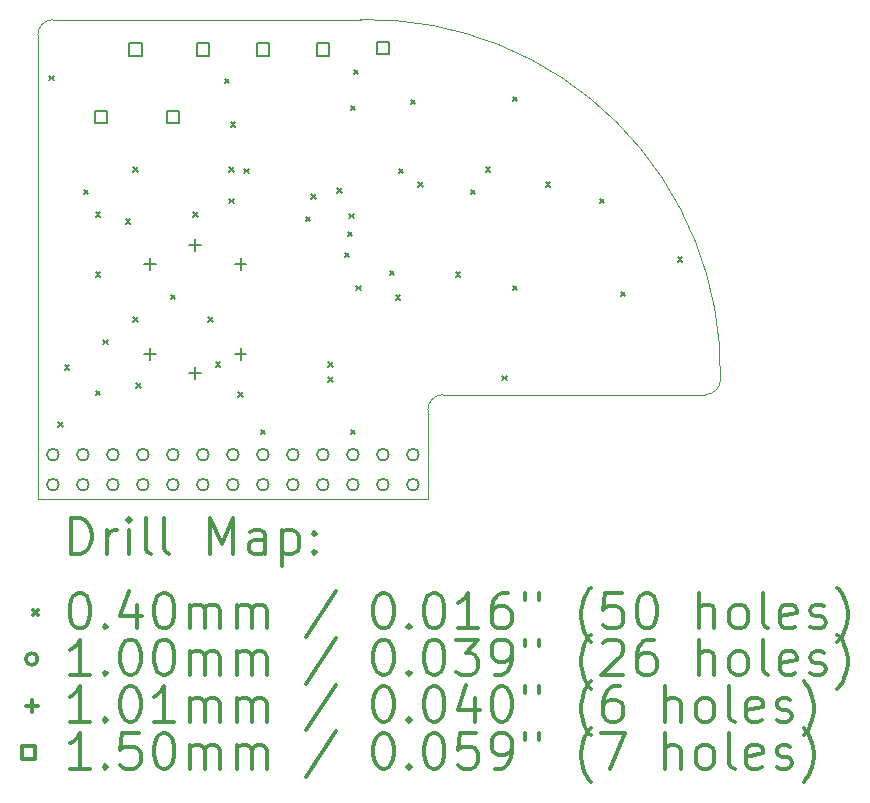
<source format=gbr>
%FSLAX45Y45*%
G04 Gerber Fmt 4.5, Leading zero omitted, Abs format (unit mm)*
G04 Created by KiCad (PCBNEW (5.1.4)-1) date 2019-12-12 19:55:22*
%MOMM*%
%LPD*%
G04 APERTURE LIST*
%ADD10C,0.050000*%
%ADD11C,0.200000*%
%ADD12C,0.300000*%
G04 APERTURE END LIST*
D10*
X7683500Y-5524500D02*
G75*
G02X7556500Y-5651500I-127000J0D01*
G01*
X4637466Y-2476459D02*
G75*
G02X7683500Y-5524500I61534J-2984541D01*
G01*
X1905000Y-2603500D02*
G75*
G02X2032000Y-2476500I127000J0D01*
G01*
X5207000Y-5778500D02*
G75*
G02X5334000Y-5651500I127000J0D01*
G01*
X7556500Y-5651500D02*
X5334000Y-5651500D01*
X5207000Y-5778500D02*
X5207000Y-6532000D01*
X1905000Y-6532000D02*
X5207000Y-6532000D01*
X2032000Y-2476500D02*
X4637466Y-2476459D01*
X1905000Y-2603500D02*
X1905000Y-6532000D01*
D11*
X1999300Y-2951800D02*
X2039300Y-2991800D01*
X2039300Y-2951800D02*
X1999300Y-2991800D01*
X2075500Y-5885500D02*
X2115500Y-5925500D01*
X2115500Y-5885500D02*
X2075500Y-5925500D01*
X2131083Y-5402519D02*
X2171083Y-5442519D01*
X2171083Y-5402519D02*
X2131083Y-5442519D01*
X2291400Y-3917000D02*
X2331400Y-3957000D01*
X2331400Y-3917000D02*
X2291400Y-3957000D01*
X2393000Y-4107500D02*
X2433000Y-4147500D01*
X2433000Y-4107500D02*
X2393000Y-4147500D01*
X2393000Y-4615500D02*
X2433000Y-4655500D01*
X2433000Y-4615500D02*
X2393000Y-4655500D01*
X2393000Y-5618800D02*
X2433000Y-5658800D01*
X2433000Y-5618800D02*
X2393000Y-5658800D01*
X2456500Y-5187000D02*
X2496500Y-5227000D01*
X2496500Y-5187000D02*
X2456500Y-5227000D01*
X2647000Y-4165230D02*
X2687000Y-4205230D01*
X2687000Y-4165230D02*
X2647000Y-4205230D01*
X2710500Y-3726500D02*
X2750500Y-3766500D01*
X2750500Y-3726500D02*
X2710500Y-3766500D01*
X2710500Y-4996500D02*
X2750500Y-5036500D01*
X2750500Y-4996500D02*
X2710500Y-5036500D01*
X2735900Y-5555300D02*
X2775900Y-5595300D01*
X2775900Y-5555300D02*
X2735900Y-5595300D01*
X3028000Y-4806000D02*
X3068000Y-4846000D01*
X3068000Y-4806000D02*
X3028000Y-4846000D01*
X3218500Y-4107500D02*
X3258500Y-4147500D01*
X3258500Y-4107500D02*
X3218500Y-4147500D01*
X3345500Y-4996500D02*
X3385500Y-5036500D01*
X3385500Y-4996500D02*
X3345500Y-5036500D01*
X3409000Y-5377500D02*
X3449000Y-5417500D01*
X3449000Y-5377500D02*
X3409000Y-5417500D01*
X3485200Y-2977200D02*
X3525200Y-3017200D01*
X3525200Y-2977200D02*
X3485200Y-3017200D01*
X3523300Y-3993200D02*
X3563300Y-4033200D01*
X3563300Y-3993200D02*
X3523300Y-4033200D01*
X3527101Y-3726500D02*
X3567101Y-3766500D01*
X3567101Y-3726500D02*
X3527101Y-3766500D01*
X3536000Y-3345500D02*
X3576000Y-3385500D01*
X3576000Y-3345500D02*
X3536000Y-3385500D01*
X3599500Y-5631500D02*
X3639500Y-5671500D01*
X3639500Y-5631500D02*
X3599500Y-5671500D01*
X3650300Y-3739200D02*
X3690300Y-3779200D01*
X3690300Y-3739200D02*
X3650300Y-3779200D01*
X3790000Y-5949000D02*
X3830000Y-5989000D01*
X3830000Y-5949000D02*
X3790000Y-5989000D01*
X4171000Y-4145600D02*
X4211000Y-4185600D01*
X4211000Y-4145600D02*
X4171000Y-4185600D01*
X4217491Y-3952412D02*
X4257491Y-3992412D01*
X4257491Y-3952412D02*
X4217491Y-3992412D01*
X4361500Y-5377500D02*
X4401500Y-5417500D01*
X4401500Y-5377500D02*
X4361500Y-5417500D01*
X4361500Y-5504500D02*
X4401500Y-5544500D01*
X4401500Y-5504500D02*
X4361500Y-5544500D01*
X4437493Y-3901156D02*
X4477493Y-3941156D01*
X4477493Y-3901156D02*
X4437493Y-3941156D01*
X4501200Y-4450400D02*
X4541200Y-4490400D01*
X4541200Y-4450400D02*
X4501200Y-4490400D01*
X4526600Y-4272600D02*
X4566600Y-4312600D01*
X4566600Y-4272600D02*
X4526600Y-4312600D01*
X4540998Y-4120200D02*
X4580998Y-4160200D01*
X4580998Y-4120200D02*
X4540998Y-4160200D01*
X4552000Y-3205800D02*
X4592000Y-3245800D01*
X4592000Y-3205800D02*
X4552000Y-3245800D01*
X4552000Y-5949000D02*
X4592000Y-5989000D01*
X4592000Y-5949000D02*
X4552000Y-5989000D01*
X4577400Y-2901000D02*
X4617400Y-2941000D01*
X4617400Y-2901000D02*
X4577400Y-2941000D01*
X4600999Y-4729800D02*
X4640999Y-4769800D01*
X4640999Y-4729800D02*
X4600999Y-4769800D01*
X4882200Y-4602800D02*
X4922200Y-4642800D01*
X4922200Y-4602800D02*
X4882200Y-4642800D01*
X4933000Y-4809800D02*
X4973000Y-4849800D01*
X4973000Y-4809800D02*
X4933000Y-4849800D01*
X4958400Y-3739200D02*
X4998400Y-3779200D01*
X4998400Y-3739200D02*
X4958400Y-3779200D01*
X5060000Y-3155000D02*
X5100000Y-3195000D01*
X5100000Y-3155000D02*
X5060000Y-3195000D01*
X5123500Y-3853500D02*
X5163500Y-3893500D01*
X5163500Y-3853500D02*
X5123500Y-3893500D01*
X5441000Y-4615500D02*
X5481000Y-4655500D01*
X5481000Y-4615500D02*
X5441000Y-4655500D01*
X5568000Y-3917000D02*
X5608000Y-3957000D01*
X5608000Y-3917000D02*
X5568000Y-3957000D01*
X5695000Y-3726500D02*
X5735000Y-3766500D01*
X5735000Y-3726500D02*
X5695000Y-3766500D01*
X5834700Y-5491800D02*
X5874700Y-5531800D01*
X5874700Y-5491800D02*
X5834700Y-5531800D01*
X5923600Y-3129600D02*
X5963600Y-3169600D01*
X5963600Y-3129600D02*
X5923600Y-3169600D01*
X5923600Y-4729800D02*
X5963600Y-4769800D01*
X5963600Y-4729800D02*
X5923600Y-4769800D01*
X6203000Y-3853500D02*
X6243000Y-3893500D01*
X6243000Y-3853500D02*
X6203000Y-3893500D01*
X6660200Y-3993200D02*
X6700200Y-4033200D01*
X6700200Y-3993200D02*
X6660200Y-4033200D01*
X6838000Y-4780600D02*
X6878000Y-4820600D01*
X6878000Y-4780600D02*
X6838000Y-4820600D01*
X7320600Y-4488500D02*
X7360600Y-4528500D01*
X7360600Y-4488500D02*
X7320600Y-4528500D01*
X2082000Y-6159500D02*
G75*
G03X2082000Y-6159500I-50000J0D01*
G01*
X2082000Y-6413500D02*
G75*
G03X2082000Y-6413500I-50000J0D01*
G01*
X2336000Y-6159500D02*
G75*
G03X2336000Y-6159500I-50000J0D01*
G01*
X2336000Y-6413500D02*
G75*
G03X2336000Y-6413500I-50000J0D01*
G01*
X2590000Y-6159500D02*
G75*
G03X2590000Y-6159500I-50000J0D01*
G01*
X2590000Y-6413500D02*
G75*
G03X2590000Y-6413500I-50000J0D01*
G01*
X2844000Y-6159500D02*
G75*
G03X2844000Y-6159500I-50000J0D01*
G01*
X2844000Y-6413500D02*
G75*
G03X2844000Y-6413500I-50000J0D01*
G01*
X3098000Y-6159500D02*
G75*
G03X3098000Y-6159500I-50000J0D01*
G01*
X3098000Y-6413500D02*
G75*
G03X3098000Y-6413500I-50000J0D01*
G01*
X3352000Y-6159500D02*
G75*
G03X3352000Y-6159500I-50000J0D01*
G01*
X3352000Y-6413500D02*
G75*
G03X3352000Y-6413500I-50000J0D01*
G01*
X3606000Y-6159500D02*
G75*
G03X3606000Y-6159500I-50000J0D01*
G01*
X3606000Y-6413500D02*
G75*
G03X3606000Y-6413500I-50000J0D01*
G01*
X3860000Y-6159500D02*
G75*
G03X3860000Y-6159500I-50000J0D01*
G01*
X3860000Y-6413500D02*
G75*
G03X3860000Y-6413500I-50000J0D01*
G01*
X4114000Y-6159500D02*
G75*
G03X4114000Y-6159500I-50000J0D01*
G01*
X4114000Y-6413500D02*
G75*
G03X4114000Y-6413500I-50000J0D01*
G01*
X4368000Y-6159500D02*
G75*
G03X4368000Y-6159500I-50000J0D01*
G01*
X4368000Y-6413500D02*
G75*
G03X4368000Y-6413500I-50000J0D01*
G01*
X4622000Y-6159500D02*
G75*
G03X4622000Y-6159500I-50000J0D01*
G01*
X4622000Y-6413500D02*
G75*
G03X4622000Y-6413500I-50000J0D01*
G01*
X4876000Y-6159500D02*
G75*
G03X4876000Y-6159500I-50000J0D01*
G01*
X4876000Y-6413500D02*
G75*
G03X4876000Y-6413500I-50000J0D01*
G01*
X5130000Y-6159500D02*
G75*
G03X5130000Y-6159500I-50000J0D01*
G01*
X5130000Y-6413500D02*
G75*
G03X5130000Y-6413500I-50000J0D01*
G01*
X2856662Y-4495262D02*
X2856662Y-4596262D01*
X2806162Y-4545762D02*
X2907162Y-4545762D01*
X2856662Y-5258938D02*
X2856662Y-5359938D01*
X2806162Y-5309438D02*
X2907162Y-5309438D01*
X3238500Y-4337100D02*
X3238500Y-4438100D01*
X3188000Y-4387600D02*
X3289000Y-4387600D01*
X3238500Y-5417100D02*
X3238500Y-5518100D01*
X3188000Y-5467600D02*
X3289000Y-5467600D01*
X3620338Y-4495262D02*
X3620338Y-4596262D01*
X3569838Y-4545762D02*
X3670838Y-4545762D01*
X3620338Y-5258938D02*
X3620338Y-5359938D01*
X3569838Y-5309438D02*
X3670838Y-5309438D01*
X3863033Y-2783534D02*
X3863033Y-2677467D01*
X3756966Y-2677467D01*
X3756966Y-2783534D01*
X3863033Y-2783534D01*
X4371034Y-2783534D02*
X4371034Y-2677467D01*
X4264967Y-2677467D01*
X4264967Y-2783534D01*
X4371034Y-2783534D01*
X2491434Y-3355033D02*
X2491434Y-3248966D01*
X2385367Y-3248966D01*
X2385367Y-3355033D01*
X2491434Y-3355033D01*
X2783534Y-2783534D02*
X2783534Y-2677467D01*
X2677467Y-2677467D01*
X2677467Y-2783534D01*
X2783534Y-2783534D01*
X3355033Y-2783534D02*
X3355033Y-2677467D01*
X3248966Y-2677467D01*
X3248966Y-2783534D01*
X3355033Y-2783534D01*
X4879034Y-2770834D02*
X4879034Y-2664767D01*
X4772967Y-2664767D01*
X4772967Y-2770834D01*
X4879034Y-2770834D01*
X3101033Y-3355033D02*
X3101033Y-3248966D01*
X2994966Y-3248966D01*
X2994966Y-3355033D01*
X3101033Y-3355033D01*
D12*
X2188928Y-7000214D02*
X2188928Y-6700214D01*
X2260357Y-6700214D01*
X2303214Y-6714500D01*
X2331786Y-6743071D01*
X2346071Y-6771643D01*
X2360357Y-6828786D01*
X2360357Y-6871643D01*
X2346071Y-6928786D01*
X2331786Y-6957357D01*
X2303214Y-6985929D01*
X2260357Y-7000214D01*
X2188928Y-7000214D01*
X2488928Y-7000214D02*
X2488928Y-6800214D01*
X2488928Y-6857357D02*
X2503214Y-6828786D01*
X2517500Y-6814500D01*
X2546071Y-6800214D01*
X2574643Y-6800214D01*
X2674643Y-7000214D02*
X2674643Y-6800214D01*
X2674643Y-6700214D02*
X2660357Y-6714500D01*
X2674643Y-6728786D01*
X2688928Y-6714500D01*
X2674643Y-6700214D01*
X2674643Y-6728786D01*
X2860357Y-7000214D02*
X2831786Y-6985929D01*
X2817500Y-6957357D01*
X2817500Y-6700214D01*
X3017500Y-7000214D02*
X2988928Y-6985929D01*
X2974643Y-6957357D01*
X2974643Y-6700214D01*
X3360357Y-7000214D02*
X3360357Y-6700214D01*
X3460357Y-6914500D01*
X3560357Y-6700214D01*
X3560357Y-7000214D01*
X3831786Y-7000214D02*
X3831786Y-6843071D01*
X3817500Y-6814500D01*
X3788928Y-6800214D01*
X3731786Y-6800214D01*
X3703214Y-6814500D01*
X3831786Y-6985929D02*
X3803214Y-7000214D01*
X3731786Y-7000214D01*
X3703214Y-6985929D01*
X3688928Y-6957357D01*
X3688928Y-6928786D01*
X3703214Y-6900214D01*
X3731786Y-6885929D01*
X3803214Y-6885929D01*
X3831786Y-6871643D01*
X3974643Y-6800214D02*
X3974643Y-7100214D01*
X3974643Y-6814500D02*
X4003214Y-6800214D01*
X4060357Y-6800214D01*
X4088928Y-6814500D01*
X4103214Y-6828786D01*
X4117500Y-6857357D01*
X4117500Y-6943071D01*
X4103214Y-6971643D01*
X4088928Y-6985929D01*
X4060357Y-7000214D01*
X4003214Y-7000214D01*
X3974643Y-6985929D01*
X4246071Y-6971643D02*
X4260357Y-6985929D01*
X4246071Y-7000214D01*
X4231786Y-6985929D01*
X4246071Y-6971643D01*
X4246071Y-7000214D01*
X4246071Y-6814500D02*
X4260357Y-6828786D01*
X4246071Y-6843071D01*
X4231786Y-6828786D01*
X4246071Y-6814500D01*
X4246071Y-6843071D01*
X1862500Y-7474500D02*
X1902500Y-7514500D01*
X1902500Y-7474500D02*
X1862500Y-7514500D01*
X2246071Y-7330214D02*
X2274643Y-7330214D01*
X2303214Y-7344500D01*
X2317500Y-7358786D01*
X2331786Y-7387357D01*
X2346071Y-7444500D01*
X2346071Y-7515929D01*
X2331786Y-7573071D01*
X2317500Y-7601643D01*
X2303214Y-7615929D01*
X2274643Y-7630214D01*
X2246071Y-7630214D01*
X2217500Y-7615929D01*
X2203214Y-7601643D01*
X2188928Y-7573071D01*
X2174643Y-7515929D01*
X2174643Y-7444500D01*
X2188928Y-7387357D01*
X2203214Y-7358786D01*
X2217500Y-7344500D01*
X2246071Y-7330214D01*
X2474643Y-7601643D02*
X2488928Y-7615929D01*
X2474643Y-7630214D01*
X2460357Y-7615929D01*
X2474643Y-7601643D01*
X2474643Y-7630214D01*
X2746071Y-7430214D02*
X2746071Y-7630214D01*
X2674643Y-7315929D02*
X2603214Y-7530214D01*
X2788928Y-7530214D01*
X2960357Y-7330214D02*
X2988928Y-7330214D01*
X3017500Y-7344500D01*
X3031786Y-7358786D01*
X3046071Y-7387357D01*
X3060357Y-7444500D01*
X3060357Y-7515929D01*
X3046071Y-7573071D01*
X3031786Y-7601643D01*
X3017500Y-7615929D01*
X2988928Y-7630214D01*
X2960357Y-7630214D01*
X2931786Y-7615929D01*
X2917500Y-7601643D01*
X2903214Y-7573071D01*
X2888928Y-7515929D01*
X2888928Y-7444500D01*
X2903214Y-7387357D01*
X2917500Y-7358786D01*
X2931786Y-7344500D01*
X2960357Y-7330214D01*
X3188928Y-7630214D02*
X3188928Y-7430214D01*
X3188928Y-7458786D02*
X3203214Y-7444500D01*
X3231786Y-7430214D01*
X3274643Y-7430214D01*
X3303214Y-7444500D01*
X3317500Y-7473071D01*
X3317500Y-7630214D01*
X3317500Y-7473071D02*
X3331786Y-7444500D01*
X3360357Y-7430214D01*
X3403214Y-7430214D01*
X3431786Y-7444500D01*
X3446071Y-7473071D01*
X3446071Y-7630214D01*
X3588928Y-7630214D02*
X3588928Y-7430214D01*
X3588928Y-7458786D02*
X3603214Y-7444500D01*
X3631786Y-7430214D01*
X3674643Y-7430214D01*
X3703214Y-7444500D01*
X3717500Y-7473071D01*
X3717500Y-7630214D01*
X3717500Y-7473071D02*
X3731786Y-7444500D01*
X3760357Y-7430214D01*
X3803214Y-7430214D01*
X3831786Y-7444500D01*
X3846071Y-7473071D01*
X3846071Y-7630214D01*
X4431786Y-7315929D02*
X4174643Y-7701643D01*
X4817500Y-7330214D02*
X4846071Y-7330214D01*
X4874643Y-7344500D01*
X4888928Y-7358786D01*
X4903214Y-7387357D01*
X4917500Y-7444500D01*
X4917500Y-7515929D01*
X4903214Y-7573071D01*
X4888928Y-7601643D01*
X4874643Y-7615929D01*
X4846071Y-7630214D01*
X4817500Y-7630214D01*
X4788928Y-7615929D01*
X4774643Y-7601643D01*
X4760357Y-7573071D01*
X4746071Y-7515929D01*
X4746071Y-7444500D01*
X4760357Y-7387357D01*
X4774643Y-7358786D01*
X4788928Y-7344500D01*
X4817500Y-7330214D01*
X5046071Y-7601643D02*
X5060357Y-7615929D01*
X5046071Y-7630214D01*
X5031786Y-7615929D01*
X5046071Y-7601643D01*
X5046071Y-7630214D01*
X5246071Y-7330214D02*
X5274643Y-7330214D01*
X5303214Y-7344500D01*
X5317500Y-7358786D01*
X5331786Y-7387357D01*
X5346071Y-7444500D01*
X5346071Y-7515929D01*
X5331786Y-7573071D01*
X5317500Y-7601643D01*
X5303214Y-7615929D01*
X5274643Y-7630214D01*
X5246071Y-7630214D01*
X5217500Y-7615929D01*
X5203214Y-7601643D01*
X5188928Y-7573071D01*
X5174643Y-7515929D01*
X5174643Y-7444500D01*
X5188928Y-7387357D01*
X5203214Y-7358786D01*
X5217500Y-7344500D01*
X5246071Y-7330214D01*
X5631786Y-7630214D02*
X5460357Y-7630214D01*
X5546071Y-7630214D02*
X5546071Y-7330214D01*
X5517500Y-7373071D01*
X5488928Y-7401643D01*
X5460357Y-7415929D01*
X5888928Y-7330214D02*
X5831786Y-7330214D01*
X5803214Y-7344500D01*
X5788928Y-7358786D01*
X5760357Y-7401643D01*
X5746071Y-7458786D01*
X5746071Y-7573071D01*
X5760357Y-7601643D01*
X5774643Y-7615929D01*
X5803214Y-7630214D01*
X5860357Y-7630214D01*
X5888928Y-7615929D01*
X5903214Y-7601643D01*
X5917500Y-7573071D01*
X5917500Y-7501643D01*
X5903214Y-7473071D01*
X5888928Y-7458786D01*
X5860357Y-7444500D01*
X5803214Y-7444500D01*
X5774643Y-7458786D01*
X5760357Y-7473071D01*
X5746071Y-7501643D01*
X6031786Y-7330214D02*
X6031786Y-7387357D01*
X6146071Y-7330214D02*
X6146071Y-7387357D01*
X6588928Y-7744500D02*
X6574643Y-7730214D01*
X6546071Y-7687357D01*
X6531786Y-7658786D01*
X6517500Y-7615929D01*
X6503214Y-7544500D01*
X6503214Y-7487357D01*
X6517500Y-7415929D01*
X6531786Y-7373071D01*
X6546071Y-7344500D01*
X6574643Y-7301643D01*
X6588928Y-7287357D01*
X6846071Y-7330214D02*
X6703214Y-7330214D01*
X6688928Y-7473071D01*
X6703214Y-7458786D01*
X6731786Y-7444500D01*
X6803214Y-7444500D01*
X6831786Y-7458786D01*
X6846071Y-7473071D01*
X6860357Y-7501643D01*
X6860357Y-7573071D01*
X6846071Y-7601643D01*
X6831786Y-7615929D01*
X6803214Y-7630214D01*
X6731786Y-7630214D01*
X6703214Y-7615929D01*
X6688928Y-7601643D01*
X7046071Y-7330214D02*
X7074643Y-7330214D01*
X7103214Y-7344500D01*
X7117500Y-7358786D01*
X7131786Y-7387357D01*
X7146071Y-7444500D01*
X7146071Y-7515929D01*
X7131786Y-7573071D01*
X7117500Y-7601643D01*
X7103214Y-7615929D01*
X7074643Y-7630214D01*
X7046071Y-7630214D01*
X7017500Y-7615929D01*
X7003214Y-7601643D01*
X6988928Y-7573071D01*
X6974643Y-7515929D01*
X6974643Y-7444500D01*
X6988928Y-7387357D01*
X7003214Y-7358786D01*
X7017500Y-7344500D01*
X7046071Y-7330214D01*
X7503214Y-7630214D02*
X7503214Y-7330214D01*
X7631786Y-7630214D02*
X7631786Y-7473071D01*
X7617500Y-7444500D01*
X7588928Y-7430214D01*
X7546071Y-7430214D01*
X7517500Y-7444500D01*
X7503214Y-7458786D01*
X7817500Y-7630214D02*
X7788928Y-7615929D01*
X7774643Y-7601643D01*
X7760357Y-7573071D01*
X7760357Y-7487357D01*
X7774643Y-7458786D01*
X7788928Y-7444500D01*
X7817500Y-7430214D01*
X7860357Y-7430214D01*
X7888928Y-7444500D01*
X7903214Y-7458786D01*
X7917500Y-7487357D01*
X7917500Y-7573071D01*
X7903214Y-7601643D01*
X7888928Y-7615929D01*
X7860357Y-7630214D01*
X7817500Y-7630214D01*
X8088928Y-7630214D02*
X8060357Y-7615929D01*
X8046071Y-7587357D01*
X8046071Y-7330214D01*
X8317500Y-7615929D02*
X8288928Y-7630214D01*
X8231786Y-7630214D01*
X8203214Y-7615929D01*
X8188928Y-7587357D01*
X8188928Y-7473071D01*
X8203214Y-7444500D01*
X8231786Y-7430214D01*
X8288928Y-7430214D01*
X8317500Y-7444500D01*
X8331786Y-7473071D01*
X8331786Y-7501643D01*
X8188928Y-7530214D01*
X8446071Y-7615929D02*
X8474643Y-7630214D01*
X8531786Y-7630214D01*
X8560357Y-7615929D01*
X8574643Y-7587357D01*
X8574643Y-7573071D01*
X8560357Y-7544500D01*
X8531786Y-7530214D01*
X8488928Y-7530214D01*
X8460357Y-7515929D01*
X8446071Y-7487357D01*
X8446071Y-7473071D01*
X8460357Y-7444500D01*
X8488928Y-7430214D01*
X8531786Y-7430214D01*
X8560357Y-7444500D01*
X8674643Y-7744500D02*
X8688928Y-7730214D01*
X8717500Y-7687357D01*
X8731786Y-7658786D01*
X8746071Y-7615929D01*
X8760357Y-7544500D01*
X8760357Y-7487357D01*
X8746071Y-7415929D01*
X8731786Y-7373071D01*
X8717500Y-7344500D01*
X8688928Y-7301643D01*
X8674643Y-7287357D01*
X1902500Y-7890500D02*
G75*
G03X1902500Y-7890500I-50000J0D01*
G01*
X2346071Y-8026214D02*
X2174643Y-8026214D01*
X2260357Y-8026214D02*
X2260357Y-7726214D01*
X2231786Y-7769071D01*
X2203214Y-7797643D01*
X2174643Y-7811929D01*
X2474643Y-7997643D02*
X2488928Y-8011929D01*
X2474643Y-8026214D01*
X2460357Y-8011929D01*
X2474643Y-7997643D01*
X2474643Y-8026214D01*
X2674643Y-7726214D02*
X2703214Y-7726214D01*
X2731786Y-7740500D01*
X2746071Y-7754786D01*
X2760357Y-7783357D01*
X2774643Y-7840500D01*
X2774643Y-7911929D01*
X2760357Y-7969071D01*
X2746071Y-7997643D01*
X2731786Y-8011929D01*
X2703214Y-8026214D01*
X2674643Y-8026214D01*
X2646071Y-8011929D01*
X2631786Y-7997643D01*
X2617500Y-7969071D01*
X2603214Y-7911929D01*
X2603214Y-7840500D01*
X2617500Y-7783357D01*
X2631786Y-7754786D01*
X2646071Y-7740500D01*
X2674643Y-7726214D01*
X2960357Y-7726214D02*
X2988928Y-7726214D01*
X3017500Y-7740500D01*
X3031786Y-7754786D01*
X3046071Y-7783357D01*
X3060357Y-7840500D01*
X3060357Y-7911929D01*
X3046071Y-7969071D01*
X3031786Y-7997643D01*
X3017500Y-8011929D01*
X2988928Y-8026214D01*
X2960357Y-8026214D01*
X2931786Y-8011929D01*
X2917500Y-7997643D01*
X2903214Y-7969071D01*
X2888928Y-7911929D01*
X2888928Y-7840500D01*
X2903214Y-7783357D01*
X2917500Y-7754786D01*
X2931786Y-7740500D01*
X2960357Y-7726214D01*
X3188928Y-8026214D02*
X3188928Y-7826214D01*
X3188928Y-7854786D02*
X3203214Y-7840500D01*
X3231786Y-7826214D01*
X3274643Y-7826214D01*
X3303214Y-7840500D01*
X3317500Y-7869071D01*
X3317500Y-8026214D01*
X3317500Y-7869071D02*
X3331786Y-7840500D01*
X3360357Y-7826214D01*
X3403214Y-7826214D01*
X3431786Y-7840500D01*
X3446071Y-7869071D01*
X3446071Y-8026214D01*
X3588928Y-8026214D02*
X3588928Y-7826214D01*
X3588928Y-7854786D02*
X3603214Y-7840500D01*
X3631786Y-7826214D01*
X3674643Y-7826214D01*
X3703214Y-7840500D01*
X3717500Y-7869071D01*
X3717500Y-8026214D01*
X3717500Y-7869071D02*
X3731786Y-7840500D01*
X3760357Y-7826214D01*
X3803214Y-7826214D01*
X3831786Y-7840500D01*
X3846071Y-7869071D01*
X3846071Y-8026214D01*
X4431786Y-7711929D02*
X4174643Y-8097643D01*
X4817500Y-7726214D02*
X4846071Y-7726214D01*
X4874643Y-7740500D01*
X4888928Y-7754786D01*
X4903214Y-7783357D01*
X4917500Y-7840500D01*
X4917500Y-7911929D01*
X4903214Y-7969071D01*
X4888928Y-7997643D01*
X4874643Y-8011929D01*
X4846071Y-8026214D01*
X4817500Y-8026214D01*
X4788928Y-8011929D01*
X4774643Y-7997643D01*
X4760357Y-7969071D01*
X4746071Y-7911929D01*
X4746071Y-7840500D01*
X4760357Y-7783357D01*
X4774643Y-7754786D01*
X4788928Y-7740500D01*
X4817500Y-7726214D01*
X5046071Y-7997643D02*
X5060357Y-8011929D01*
X5046071Y-8026214D01*
X5031786Y-8011929D01*
X5046071Y-7997643D01*
X5046071Y-8026214D01*
X5246071Y-7726214D02*
X5274643Y-7726214D01*
X5303214Y-7740500D01*
X5317500Y-7754786D01*
X5331786Y-7783357D01*
X5346071Y-7840500D01*
X5346071Y-7911929D01*
X5331786Y-7969071D01*
X5317500Y-7997643D01*
X5303214Y-8011929D01*
X5274643Y-8026214D01*
X5246071Y-8026214D01*
X5217500Y-8011929D01*
X5203214Y-7997643D01*
X5188928Y-7969071D01*
X5174643Y-7911929D01*
X5174643Y-7840500D01*
X5188928Y-7783357D01*
X5203214Y-7754786D01*
X5217500Y-7740500D01*
X5246071Y-7726214D01*
X5446071Y-7726214D02*
X5631786Y-7726214D01*
X5531786Y-7840500D01*
X5574643Y-7840500D01*
X5603214Y-7854786D01*
X5617500Y-7869071D01*
X5631786Y-7897643D01*
X5631786Y-7969071D01*
X5617500Y-7997643D01*
X5603214Y-8011929D01*
X5574643Y-8026214D01*
X5488928Y-8026214D01*
X5460357Y-8011929D01*
X5446071Y-7997643D01*
X5774643Y-8026214D02*
X5831786Y-8026214D01*
X5860357Y-8011929D01*
X5874643Y-7997643D01*
X5903214Y-7954786D01*
X5917500Y-7897643D01*
X5917500Y-7783357D01*
X5903214Y-7754786D01*
X5888928Y-7740500D01*
X5860357Y-7726214D01*
X5803214Y-7726214D01*
X5774643Y-7740500D01*
X5760357Y-7754786D01*
X5746071Y-7783357D01*
X5746071Y-7854786D01*
X5760357Y-7883357D01*
X5774643Y-7897643D01*
X5803214Y-7911929D01*
X5860357Y-7911929D01*
X5888928Y-7897643D01*
X5903214Y-7883357D01*
X5917500Y-7854786D01*
X6031786Y-7726214D02*
X6031786Y-7783357D01*
X6146071Y-7726214D02*
X6146071Y-7783357D01*
X6588928Y-8140500D02*
X6574643Y-8126214D01*
X6546071Y-8083357D01*
X6531786Y-8054786D01*
X6517500Y-8011929D01*
X6503214Y-7940500D01*
X6503214Y-7883357D01*
X6517500Y-7811929D01*
X6531786Y-7769071D01*
X6546071Y-7740500D01*
X6574643Y-7697643D01*
X6588928Y-7683357D01*
X6688928Y-7754786D02*
X6703214Y-7740500D01*
X6731786Y-7726214D01*
X6803214Y-7726214D01*
X6831786Y-7740500D01*
X6846071Y-7754786D01*
X6860357Y-7783357D01*
X6860357Y-7811929D01*
X6846071Y-7854786D01*
X6674643Y-8026214D01*
X6860357Y-8026214D01*
X7117500Y-7726214D02*
X7060357Y-7726214D01*
X7031786Y-7740500D01*
X7017500Y-7754786D01*
X6988928Y-7797643D01*
X6974643Y-7854786D01*
X6974643Y-7969071D01*
X6988928Y-7997643D01*
X7003214Y-8011929D01*
X7031786Y-8026214D01*
X7088928Y-8026214D01*
X7117500Y-8011929D01*
X7131786Y-7997643D01*
X7146071Y-7969071D01*
X7146071Y-7897643D01*
X7131786Y-7869071D01*
X7117500Y-7854786D01*
X7088928Y-7840500D01*
X7031786Y-7840500D01*
X7003214Y-7854786D01*
X6988928Y-7869071D01*
X6974643Y-7897643D01*
X7503214Y-8026214D02*
X7503214Y-7726214D01*
X7631786Y-8026214D02*
X7631786Y-7869071D01*
X7617500Y-7840500D01*
X7588928Y-7826214D01*
X7546071Y-7826214D01*
X7517500Y-7840500D01*
X7503214Y-7854786D01*
X7817500Y-8026214D02*
X7788928Y-8011929D01*
X7774643Y-7997643D01*
X7760357Y-7969071D01*
X7760357Y-7883357D01*
X7774643Y-7854786D01*
X7788928Y-7840500D01*
X7817500Y-7826214D01*
X7860357Y-7826214D01*
X7888928Y-7840500D01*
X7903214Y-7854786D01*
X7917500Y-7883357D01*
X7917500Y-7969071D01*
X7903214Y-7997643D01*
X7888928Y-8011929D01*
X7860357Y-8026214D01*
X7817500Y-8026214D01*
X8088928Y-8026214D02*
X8060357Y-8011929D01*
X8046071Y-7983357D01*
X8046071Y-7726214D01*
X8317500Y-8011929D02*
X8288928Y-8026214D01*
X8231786Y-8026214D01*
X8203214Y-8011929D01*
X8188928Y-7983357D01*
X8188928Y-7869071D01*
X8203214Y-7840500D01*
X8231786Y-7826214D01*
X8288928Y-7826214D01*
X8317500Y-7840500D01*
X8331786Y-7869071D01*
X8331786Y-7897643D01*
X8188928Y-7926214D01*
X8446071Y-8011929D02*
X8474643Y-8026214D01*
X8531786Y-8026214D01*
X8560357Y-8011929D01*
X8574643Y-7983357D01*
X8574643Y-7969071D01*
X8560357Y-7940500D01*
X8531786Y-7926214D01*
X8488928Y-7926214D01*
X8460357Y-7911929D01*
X8446071Y-7883357D01*
X8446071Y-7869071D01*
X8460357Y-7840500D01*
X8488928Y-7826214D01*
X8531786Y-7826214D01*
X8560357Y-7840500D01*
X8674643Y-8140500D02*
X8688928Y-8126214D01*
X8717500Y-8083357D01*
X8731786Y-8054786D01*
X8746071Y-8011929D01*
X8760357Y-7940500D01*
X8760357Y-7883357D01*
X8746071Y-7811929D01*
X8731786Y-7769071D01*
X8717500Y-7740500D01*
X8688928Y-7697643D01*
X8674643Y-7683357D01*
X1852000Y-8236000D02*
X1852000Y-8337000D01*
X1801500Y-8286500D02*
X1902500Y-8286500D01*
X2346071Y-8422214D02*
X2174643Y-8422214D01*
X2260357Y-8422214D02*
X2260357Y-8122214D01*
X2231786Y-8165071D01*
X2203214Y-8193643D01*
X2174643Y-8207929D01*
X2474643Y-8393643D02*
X2488928Y-8407929D01*
X2474643Y-8422214D01*
X2460357Y-8407929D01*
X2474643Y-8393643D01*
X2474643Y-8422214D01*
X2674643Y-8122214D02*
X2703214Y-8122214D01*
X2731786Y-8136500D01*
X2746071Y-8150786D01*
X2760357Y-8179357D01*
X2774643Y-8236500D01*
X2774643Y-8307929D01*
X2760357Y-8365071D01*
X2746071Y-8393643D01*
X2731786Y-8407929D01*
X2703214Y-8422214D01*
X2674643Y-8422214D01*
X2646071Y-8407929D01*
X2631786Y-8393643D01*
X2617500Y-8365071D01*
X2603214Y-8307929D01*
X2603214Y-8236500D01*
X2617500Y-8179357D01*
X2631786Y-8150786D01*
X2646071Y-8136500D01*
X2674643Y-8122214D01*
X3060357Y-8422214D02*
X2888928Y-8422214D01*
X2974643Y-8422214D02*
X2974643Y-8122214D01*
X2946071Y-8165071D01*
X2917500Y-8193643D01*
X2888928Y-8207929D01*
X3188928Y-8422214D02*
X3188928Y-8222214D01*
X3188928Y-8250786D02*
X3203214Y-8236500D01*
X3231786Y-8222214D01*
X3274643Y-8222214D01*
X3303214Y-8236500D01*
X3317500Y-8265071D01*
X3317500Y-8422214D01*
X3317500Y-8265071D02*
X3331786Y-8236500D01*
X3360357Y-8222214D01*
X3403214Y-8222214D01*
X3431786Y-8236500D01*
X3446071Y-8265071D01*
X3446071Y-8422214D01*
X3588928Y-8422214D02*
X3588928Y-8222214D01*
X3588928Y-8250786D02*
X3603214Y-8236500D01*
X3631786Y-8222214D01*
X3674643Y-8222214D01*
X3703214Y-8236500D01*
X3717500Y-8265071D01*
X3717500Y-8422214D01*
X3717500Y-8265071D02*
X3731786Y-8236500D01*
X3760357Y-8222214D01*
X3803214Y-8222214D01*
X3831786Y-8236500D01*
X3846071Y-8265071D01*
X3846071Y-8422214D01*
X4431786Y-8107929D02*
X4174643Y-8493643D01*
X4817500Y-8122214D02*
X4846071Y-8122214D01*
X4874643Y-8136500D01*
X4888928Y-8150786D01*
X4903214Y-8179357D01*
X4917500Y-8236500D01*
X4917500Y-8307929D01*
X4903214Y-8365071D01*
X4888928Y-8393643D01*
X4874643Y-8407929D01*
X4846071Y-8422214D01*
X4817500Y-8422214D01*
X4788928Y-8407929D01*
X4774643Y-8393643D01*
X4760357Y-8365071D01*
X4746071Y-8307929D01*
X4746071Y-8236500D01*
X4760357Y-8179357D01*
X4774643Y-8150786D01*
X4788928Y-8136500D01*
X4817500Y-8122214D01*
X5046071Y-8393643D02*
X5060357Y-8407929D01*
X5046071Y-8422214D01*
X5031786Y-8407929D01*
X5046071Y-8393643D01*
X5046071Y-8422214D01*
X5246071Y-8122214D02*
X5274643Y-8122214D01*
X5303214Y-8136500D01*
X5317500Y-8150786D01*
X5331786Y-8179357D01*
X5346071Y-8236500D01*
X5346071Y-8307929D01*
X5331786Y-8365071D01*
X5317500Y-8393643D01*
X5303214Y-8407929D01*
X5274643Y-8422214D01*
X5246071Y-8422214D01*
X5217500Y-8407929D01*
X5203214Y-8393643D01*
X5188928Y-8365071D01*
X5174643Y-8307929D01*
X5174643Y-8236500D01*
X5188928Y-8179357D01*
X5203214Y-8150786D01*
X5217500Y-8136500D01*
X5246071Y-8122214D01*
X5603214Y-8222214D02*
X5603214Y-8422214D01*
X5531786Y-8107929D02*
X5460357Y-8322214D01*
X5646071Y-8322214D01*
X5817500Y-8122214D02*
X5846071Y-8122214D01*
X5874643Y-8136500D01*
X5888928Y-8150786D01*
X5903214Y-8179357D01*
X5917500Y-8236500D01*
X5917500Y-8307929D01*
X5903214Y-8365071D01*
X5888928Y-8393643D01*
X5874643Y-8407929D01*
X5846071Y-8422214D01*
X5817500Y-8422214D01*
X5788928Y-8407929D01*
X5774643Y-8393643D01*
X5760357Y-8365071D01*
X5746071Y-8307929D01*
X5746071Y-8236500D01*
X5760357Y-8179357D01*
X5774643Y-8150786D01*
X5788928Y-8136500D01*
X5817500Y-8122214D01*
X6031786Y-8122214D02*
X6031786Y-8179357D01*
X6146071Y-8122214D02*
X6146071Y-8179357D01*
X6588928Y-8536500D02*
X6574643Y-8522214D01*
X6546071Y-8479357D01*
X6531786Y-8450786D01*
X6517500Y-8407929D01*
X6503214Y-8336500D01*
X6503214Y-8279357D01*
X6517500Y-8207929D01*
X6531786Y-8165071D01*
X6546071Y-8136500D01*
X6574643Y-8093643D01*
X6588928Y-8079357D01*
X6831786Y-8122214D02*
X6774643Y-8122214D01*
X6746071Y-8136500D01*
X6731786Y-8150786D01*
X6703214Y-8193643D01*
X6688928Y-8250786D01*
X6688928Y-8365071D01*
X6703214Y-8393643D01*
X6717500Y-8407929D01*
X6746071Y-8422214D01*
X6803214Y-8422214D01*
X6831786Y-8407929D01*
X6846071Y-8393643D01*
X6860357Y-8365071D01*
X6860357Y-8293643D01*
X6846071Y-8265071D01*
X6831786Y-8250786D01*
X6803214Y-8236500D01*
X6746071Y-8236500D01*
X6717500Y-8250786D01*
X6703214Y-8265071D01*
X6688928Y-8293643D01*
X7217500Y-8422214D02*
X7217500Y-8122214D01*
X7346071Y-8422214D02*
X7346071Y-8265071D01*
X7331786Y-8236500D01*
X7303214Y-8222214D01*
X7260357Y-8222214D01*
X7231786Y-8236500D01*
X7217500Y-8250786D01*
X7531786Y-8422214D02*
X7503214Y-8407929D01*
X7488928Y-8393643D01*
X7474643Y-8365071D01*
X7474643Y-8279357D01*
X7488928Y-8250786D01*
X7503214Y-8236500D01*
X7531786Y-8222214D01*
X7574643Y-8222214D01*
X7603214Y-8236500D01*
X7617500Y-8250786D01*
X7631786Y-8279357D01*
X7631786Y-8365071D01*
X7617500Y-8393643D01*
X7603214Y-8407929D01*
X7574643Y-8422214D01*
X7531786Y-8422214D01*
X7803214Y-8422214D02*
X7774643Y-8407929D01*
X7760357Y-8379357D01*
X7760357Y-8122214D01*
X8031786Y-8407929D02*
X8003214Y-8422214D01*
X7946071Y-8422214D01*
X7917500Y-8407929D01*
X7903214Y-8379357D01*
X7903214Y-8265071D01*
X7917500Y-8236500D01*
X7946071Y-8222214D01*
X8003214Y-8222214D01*
X8031786Y-8236500D01*
X8046071Y-8265071D01*
X8046071Y-8293643D01*
X7903214Y-8322214D01*
X8160357Y-8407929D02*
X8188928Y-8422214D01*
X8246071Y-8422214D01*
X8274643Y-8407929D01*
X8288928Y-8379357D01*
X8288928Y-8365071D01*
X8274643Y-8336500D01*
X8246071Y-8322214D01*
X8203214Y-8322214D01*
X8174643Y-8307929D01*
X8160357Y-8279357D01*
X8160357Y-8265071D01*
X8174643Y-8236500D01*
X8203214Y-8222214D01*
X8246071Y-8222214D01*
X8274643Y-8236500D01*
X8388928Y-8536500D02*
X8403214Y-8522214D01*
X8431786Y-8479357D01*
X8446071Y-8450786D01*
X8460357Y-8407929D01*
X8474643Y-8336500D01*
X8474643Y-8279357D01*
X8460357Y-8207929D01*
X8446071Y-8165071D01*
X8431786Y-8136500D01*
X8403214Y-8093643D01*
X8388928Y-8079357D01*
X1880533Y-8735534D02*
X1880533Y-8629467D01*
X1774466Y-8629467D01*
X1774466Y-8735534D01*
X1880533Y-8735534D01*
X2346071Y-8818214D02*
X2174643Y-8818214D01*
X2260357Y-8818214D02*
X2260357Y-8518214D01*
X2231786Y-8561072D01*
X2203214Y-8589643D01*
X2174643Y-8603929D01*
X2474643Y-8789643D02*
X2488928Y-8803929D01*
X2474643Y-8818214D01*
X2460357Y-8803929D01*
X2474643Y-8789643D01*
X2474643Y-8818214D01*
X2760357Y-8518214D02*
X2617500Y-8518214D01*
X2603214Y-8661072D01*
X2617500Y-8646786D01*
X2646071Y-8632500D01*
X2717500Y-8632500D01*
X2746071Y-8646786D01*
X2760357Y-8661072D01*
X2774643Y-8689643D01*
X2774643Y-8761072D01*
X2760357Y-8789643D01*
X2746071Y-8803929D01*
X2717500Y-8818214D01*
X2646071Y-8818214D01*
X2617500Y-8803929D01*
X2603214Y-8789643D01*
X2960357Y-8518214D02*
X2988928Y-8518214D01*
X3017500Y-8532500D01*
X3031786Y-8546786D01*
X3046071Y-8575357D01*
X3060357Y-8632500D01*
X3060357Y-8703929D01*
X3046071Y-8761072D01*
X3031786Y-8789643D01*
X3017500Y-8803929D01*
X2988928Y-8818214D01*
X2960357Y-8818214D01*
X2931786Y-8803929D01*
X2917500Y-8789643D01*
X2903214Y-8761072D01*
X2888928Y-8703929D01*
X2888928Y-8632500D01*
X2903214Y-8575357D01*
X2917500Y-8546786D01*
X2931786Y-8532500D01*
X2960357Y-8518214D01*
X3188928Y-8818214D02*
X3188928Y-8618214D01*
X3188928Y-8646786D02*
X3203214Y-8632500D01*
X3231786Y-8618214D01*
X3274643Y-8618214D01*
X3303214Y-8632500D01*
X3317500Y-8661072D01*
X3317500Y-8818214D01*
X3317500Y-8661072D02*
X3331786Y-8632500D01*
X3360357Y-8618214D01*
X3403214Y-8618214D01*
X3431786Y-8632500D01*
X3446071Y-8661072D01*
X3446071Y-8818214D01*
X3588928Y-8818214D02*
X3588928Y-8618214D01*
X3588928Y-8646786D02*
X3603214Y-8632500D01*
X3631786Y-8618214D01*
X3674643Y-8618214D01*
X3703214Y-8632500D01*
X3717500Y-8661072D01*
X3717500Y-8818214D01*
X3717500Y-8661072D02*
X3731786Y-8632500D01*
X3760357Y-8618214D01*
X3803214Y-8618214D01*
X3831786Y-8632500D01*
X3846071Y-8661072D01*
X3846071Y-8818214D01*
X4431786Y-8503929D02*
X4174643Y-8889643D01*
X4817500Y-8518214D02*
X4846071Y-8518214D01*
X4874643Y-8532500D01*
X4888928Y-8546786D01*
X4903214Y-8575357D01*
X4917500Y-8632500D01*
X4917500Y-8703929D01*
X4903214Y-8761072D01*
X4888928Y-8789643D01*
X4874643Y-8803929D01*
X4846071Y-8818214D01*
X4817500Y-8818214D01*
X4788928Y-8803929D01*
X4774643Y-8789643D01*
X4760357Y-8761072D01*
X4746071Y-8703929D01*
X4746071Y-8632500D01*
X4760357Y-8575357D01*
X4774643Y-8546786D01*
X4788928Y-8532500D01*
X4817500Y-8518214D01*
X5046071Y-8789643D02*
X5060357Y-8803929D01*
X5046071Y-8818214D01*
X5031786Y-8803929D01*
X5046071Y-8789643D01*
X5046071Y-8818214D01*
X5246071Y-8518214D02*
X5274643Y-8518214D01*
X5303214Y-8532500D01*
X5317500Y-8546786D01*
X5331786Y-8575357D01*
X5346071Y-8632500D01*
X5346071Y-8703929D01*
X5331786Y-8761072D01*
X5317500Y-8789643D01*
X5303214Y-8803929D01*
X5274643Y-8818214D01*
X5246071Y-8818214D01*
X5217500Y-8803929D01*
X5203214Y-8789643D01*
X5188928Y-8761072D01*
X5174643Y-8703929D01*
X5174643Y-8632500D01*
X5188928Y-8575357D01*
X5203214Y-8546786D01*
X5217500Y-8532500D01*
X5246071Y-8518214D01*
X5617500Y-8518214D02*
X5474643Y-8518214D01*
X5460357Y-8661072D01*
X5474643Y-8646786D01*
X5503214Y-8632500D01*
X5574643Y-8632500D01*
X5603214Y-8646786D01*
X5617500Y-8661072D01*
X5631786Y-8689643D01*
X5631786Y-8761072D01*
X5617500Y-8789643D01*
X5603214Y-8803929D01*
X5574643Y-8818214D01*
X5503214Y-8818214D01*
X5474643Y-8803929D01*
X5460357Y-8789643D01*
X5774643Y-8818214D02*
X5831786Y-8818214D01*
X5860357Y-8803929D01*
X5874643Y-8789643D01*
X5903214Y-8746786D01*
X5917500Y-8689643D01*
X5917500Y-8575357D01*
X5903214Y-8546786D01*
X5888928Y-8532500D01*
X5860357Y-8518214D01*
X5803214Y-8518214D01*
X5774643Y-8532500D01*
X5760357Y-8546786D01*
X5746071Y-8575357D01*
X5746071Y-8646786D01*
X5760357Y-8675357D01*
X5774643Y-8689643D01*
X5803214Y-8703929D01*
X5860357Y-8703929D01*
X5888928Y-8689643D01*
X5903214Y-8675357D01*
X5917500Y-8646786D01*
X6031786Y-8518214D02*
X6031786Y-8575357D01*
X6146071Y-8518214D02*
X6146071Y-8575357D01*
X6588928Y-8932500D02*
X6574643Y-8918214D01*
X6546071Y-8875357D01*
X6531786Y-8846786D01*
X6517500Y-8803929D01*
X6503214Y-8732500D01*
X6503214Y-8675357D01*
X6517500Y-8603929D01*
X6531786Y-8561072D01*
X6546071Y-8532500D01*
X6574643Y-8489643D01*
X6588928Y-8475357D01*
X6674643Y-8518214D02*
X6874643Y-8518214D01*
X6746071Y-8818214D01*
X7217500Y-8818214D02*
X7217500Y-8518214D01*
X7346071Y-8818214D02*
X7346071Y-8661072D01*
X7331786Y-8632500D01*
X7303214Y-8618214D01*
X7260357Y-8618214D01*
X7231786Y-8632500D01*
X7217500Y-8646786D01*
X7531786Y-8818214D02*
X7503214Y-8803929D01*
X7488928Y-8789643D01*
X7474643Y-8761072D01*
X7474643Y-8675357D01*
X7488928Y-8646786D01*
X7503214Y-8632500D01*
X7531786Y-8618214D01*
X7574643Y-8618214D01*
X7603214Y-8632500D01*
X7617500Y-8646786D01*
X7631786Y-8675357D01*
X7631786Y-8761072D01*
X7617500Y-8789643D01*
X7603214Y-8803929D01*
X7574643Y-8818214D01*
X7531786Y-8818214D01*
X7803214Y-8818214D02*
X7774643Y-8803929D01*
X7760357Y-8775357D01*
X7760357Y-8518214D01*
X8031786Y-8803929D02*
X8003214Y-8818214D01*
X7946071Y-8818214D01*
X7917500Y-8803929D01*
X7903214Y-8775357D01*
X7903214Y-8661072D01*
X7917500Y-8632500D01*
X7946071Y-8618214D01*
X8003214Y-8618214D01*
X8031786Y-8632500D01*
X8046071Y-8661072D01*
X8046071Y-8689643D01*
X7903214Y-8718214D01*
X8160357Y-8803929D02*
X8188928Y-8818214D01*
X8246071Y-8818214D01*
X8274643Y-8803929D01*
X8288928Y-8775357D01*
X8288928Y-8761072D01*
X8274643Y-8732500D01*
X8246071Y-8718214D01*
X8203214Y-8718214D01*
X8174643Y-8703929D01*
X8160357Y-8675357D01*
X8160357Y-8661072D01*
X8174643Y-8632500D01*
X8203214Y-8618214D01*
X8246071Y-8618214D01*
X8274643Y-8632500D01*
X8388928Y-8932500D02*
X8403214Y-8918214D01*
X8431786Y-8875357D01*
X8446071Y-8846786D01*
X8460357Y-8803929D01*
X8474643Y-8732500D01*
X8474643Y-8675357D01*
X8460357Y-8603929D01*
X8446071Y-8561072D01*
X8431786Y-8532500D01*
X8403214Y-8489643D01*
X8388928Y-8475357D01*
M02*

</source>
